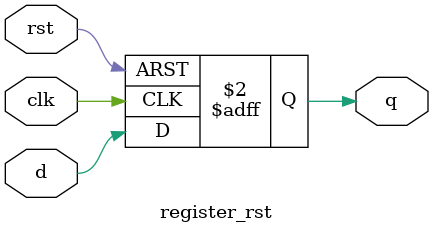
<source format=sv>
`timescale 1ns/1ps
/******************************************************************************
* (C) Copyright 2013 <Company Name> All Rights Reserved
*
* MODULE:    name
* DEVICE:
* PROJECT:
* AUTHOR:    jkoczwara
* DATE:      2020 10:55:44 PM
*
* ABSTRACT:  You can customize the file content from Window -> Preferences -> DVT -> Code Templates -> "verilog File"
*
*******************************************************************************/

module register_rst(
	
	input wire d,
	input wire rst,
	input wire clk,
	
	output reg q
	
	
	);
	
	always @ (posedge clk or posedge rst) begin
		
		if(rst)
			q<=0;
		else		
			q<=d;
		
	end
	
endmodule

</source>
